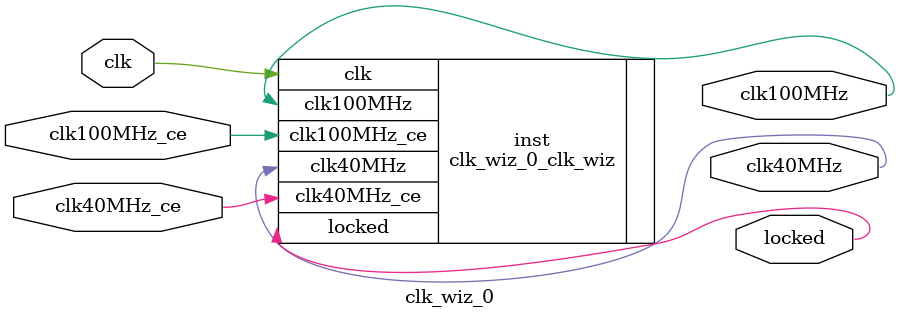
<source format=v>


`timescale 1ps/1ps

(* CORE_GENERATION_INFO = "clk_wiz_0,clk_wiz_v6_0_9_0_0,{component_name=clk_wiz_0,use_phase_alignment=true,use_min_o_jitter=false,use_max_i_jitter=false,use_dyn_phase_shift=false,use_inclk_switchover=false,use_dyn_reconfig=false,enable_axi=0,feedback_source=FDBK_AUTO,PRIMITIVE=MMCM,num_out_clk=2,clkin1_period=10.000,clkin2_period=10.000,use_power_down=false,use_reset=false,use_locked=true,use_inclk_stopped=false,feedback_type=SINGLE,CLOCK_MGR_TYPE=NA,manual_override=false}" *)

module clk_wiz_0 
 (
  // Clock out ports
  input         clk100MHz_ce,
  output        clk100MHz,
  input         clk40MHz_ce,
  output        clk40MHz,
  // Status and control signals
  output        locked,
 // Clock in ports
  input         clk
 );

  clk_wiz_0_clk_wiz inst
  (
  // Clock out ports  
  .clk100MHz_ce(clk100MHz_ce),
  .clk100MHz(clk100MHz),
  .clk40MHz_ce(clk40MHz_ce),
  .clk40MHz(clk40MHz),
  // Status and control signals               
  .locked(locked),
 // Clock in ports
  .clk(clk)
  );

endmodule

</source>
